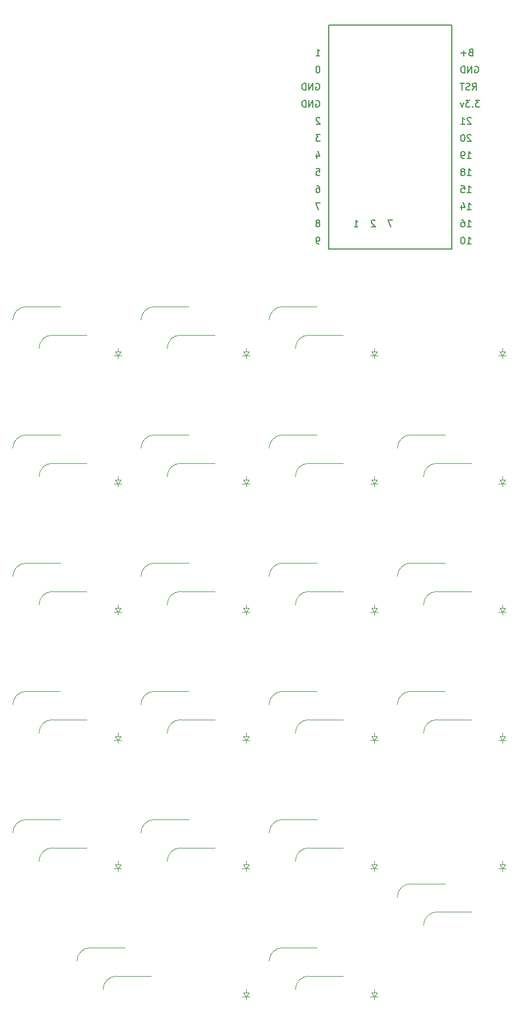
<source format=gbr>
%TF.GenerationSoftware,KiCad,Pcbnew,8.0.6*%
%TF.CreationDate,2024-12-22T21:39:13-05:00*%
%TF.ProjectId,Keypad 2.0,4b657970-6164-4203-922e-302e6b696361,rev?*%
%TF.SameCoordinates,Original*%
%TF.FileFunction,Legend,Bot*%
%TF.FilePolarity,Positive*%
%FSLAX46Y46*%
G04 Gerber Fmt 4.6, Leading zero omitted, Abs format (unit mm)*
G04 Created by KiCad (PCBNEW 8.0.6) date 2024-12-22 21:39:13*
%MOMM*%
%LPD*%
G01*
G04 APERTURE LIST*
%ADD10C,0.200000*%
%ADD11C,0.100000*%
%ADD12C,0.120000*%
G04 APERTURE END LIST*
D10*
X116209435Y-49944719D02*
X116780863Y-49944719D01*
X116495149Y-49944719D02*
X116495149Y-48944719D01*
X116495149Y-48944719D02*
X116590387Y-49087576D01*
X116590387Y-49087576D02*
X116685625Y-49182814D01*
X116685625Y-49182814D02*
X116780863Y-49230433D01*
X115304673Y-48944719D02*
X115780863Y-48944719D01*
X115780863Y-48944719D02*
X115828482Y-49420909D01*
X115828482Y-49420909D02*
X115780863Y-49373290D01*
X115780863Y-49373290D02*
X115685625Y-49325671D01*
X115685625Y-49325671D02*
X115447530Y-49325671D01*
X115447530Y-49325671D02*
X115352292Y-49373290D01*
X115352292Y-49373290D02*
X115304673Y-49420909D01*
X115304673Y-49420909D02*
X115257054Y-49516147D01*
X115257054Y-49516147D02*
X115257054Y-49754242D01*
X115257054Y-49754242D02*
X115304673Y-49849480D01*
X115304673Y-49849480D02*
X115352292Y-49897100D01*
X115352292Y-49897100D02*
X115447530Y-49944719D01*
X115447530Y-49944719D02*
X115685625Y-49944719D01*
X115685625Y-49944719D02*
X115780863Y-49897100D01*
X115780863Y-49897100D02*
X115828482Y-49849480D01*
X116971340Y-34704719D02*
X117304673Y-34228528D01*
X117542768Y-34704719D02*
X117542768Y-33704719D01*
X117542768Y-33704719D02*
X117161816Y-33704719D01*
X117161816Y-33704719D02*
X117066578Y-33752338D01*
X117066578Y-33752338D02*
X117018959Y-33799957D01*
X117018959Y-33799957D02*
X116971340Y-33895195D01*
X116971340Y-33895195D02*
X116971340Y-34038052D01*
X116971340Y-34038052D02*
X117018959Y-34133290D01*
X117018959Y-34133290D02*
X117066578Y-34180909D01*
X117066578Y-34180909D02*
X117161816Y-34228528D01*
X117161816Y-34228528D02*
X117542768Y-34228528D01*
X116590387Y-34657100D02*
X116447530Y-34704719D01*
X116447530Y-34704719D02*
X116209435Y-34704719D01*
X116209435Y-34704719D02*
X116114197Y-34657100D01*
X116114197Y-34657100D02*
X116066578Y-34609480D01*
X116066578Y-34609480D02*
X116018959Y-34514242D01*
X116018959Y-34514242D02*
X116018959Y-34419004D01*
X116018959Y-34419004D02*
X116066578Y-34323766D01*
X116066578Y-34323766D02*
X116114197Y-34276147D01*
X116114197Y-34276147D02*
X116209435Y-34228528D01*
X116209435Y-34228528D02*
X116399911Y-34180909D01*
X116399911Y-34180909D02*
X116495149Y-34133290D01*
X116495149Y-34133290D02*
X116542768Y-34085671D01*
X116542768Y-34085671D02*
X116590387Y-33990433D01*
X116590387Y-33990433D02*
X116590387Y-33895195D01*
X116590387Y-33895195D02*
X116542768Y-33799957D01*
X116542768Y-33799957D02*
X116495149Y-33752338D01*
X116495149Y-33752338D02*
X116399911Y-33704719D01*
X116399911Y-33704719D02*
X116161816Y-33704719D01*
X116161816Y-33704719D02*
X116018959Y-33752338D01*
X115733244Y-33704719D02*
X115161816Y-33704719D01*
X115447530Y-34704719D02*
X115447530Y-33704719D01*
X94340564Y-41324719D02*
X93721517Y-41324719D01*
X93721517Y-41324719D02*
X94054850Y-41705671D01*
X94054850Y-41705671D02*
X93911993Y-41705671D01*
X93911993Y-41705671D02*
X93816755Y-41753290D01*
X93816755Y-41753290D02*
X93769136Y-41800909D01*
X93769136Y-41800909D02*
X93721517Y-41896147D01*
X93721517Y-41896147D02*
X93721517Y-42134242D01*
X93721517Y-42134242D02*
X93769136Y-42229480D01*
X93769136Y-42229480D02*
X93816755Y-42277100D01*
X93816755Y-42277100D02*
X93911993Y-42324719D01*
X93911993Y-42324719D02*
X94197707Y-42324719D01*
X94197707Y-42324719D02*
X94292945Y-42277100D01*
X94292945Y-42277100D02*
X94340564Y-42229480D01*
X116780863Y-41419957D02*
X116733244Y-41372338D01*
X116733244Y-41372338D02*
X116638006Y-41324719D01*
X116638006Y-41324719D02*
X116399911Y-41324719D01*
X116399911Y-41324719D02*
X116304673Y-41372338D01*
X116304673Y-41372338D02*
X116257054Y-41419957D01*
X116257054Y-41419957D02*
X116209435Y-41515195D01*
X116209435Y-41515195D02*
X116209435Y-41610433D01*
X116209435Y-41610433D02*
X116257054Y-41753290D01*
X116257054Y-41753290D02*
X116828482Y-42324719D01*
X116828482Y-42324719D02*
X116209435Y-42324719D01*
X115590387Y-41324719D02*
X115495149Y-41324719D01*
X115495149Y-41324719D02*
X115399911Y-41372338D01*
X115399911Y-41372338D02*
X115352292Y-41419957D01*
X115352292Y-41419957D02*
X115304673Y-41515195D01*
X115304673Y-41515195D02*
X115257054Y-41705671D01*
X115257054Y-41705671D02*
X115257054Y-41943766D01*
X115257054Y-41943766D02*
X115304673Y-42134242D01*
X115304673Y-42134242D02*
X115352292Y-42229480D01*
X115352292Y-42229480D02*
X115399911Y-42277100D01*
X115399911Y-42277100D02*
X115495149Y-42324719D01*
X115495149Y-42324719D02*
X115590387Y-42324719D01*
X115590387Y-42324719D02*
X115685625Y-42277100D01*
X115685625Y-42277100D02*
X115733244Y-42229480D01*
X115733244Y-42229480D02*
X115780863Y-42134242D01*
X115780863Y-42134242D02*
X115828482Y-41943766D01*
X115828482Y-41943766D02*
X115828482Y-41705671D01*
X115828482Y-41705671D02*
X115780863Y-41515195D01*
X115780863Y-41515195D02*
X115733244Y-41419957D01*
X115733244Y-41419957D02*
X115685625Y-41372338D01*
X115685625Y-41372338D02*
X115590387Y-41324719D01*
X94197707Y-57564719D02*
X94007231Y-57564719D01*
X94007231Y-57564719D02*
X93911993Y-57517100D01*
X93911993Y-57517100D02*
X93864374Y-57469480D01*
X93864374Y-57469480D02*
X93769136Y-57326623D01*
X93769136Y-57326623D02*
X93721517Y-57136147D01*
X93721517Y-57136147D02*
X93721517Y-56755195D01*
X93721517Y-56755195D02*
X93769136Y-56659957D01*
X93769136Y-56659957D02*
X93816755Y-56612338D01*
X93816755Y-56612338D02*
X93911993Y-56564719D01*
X93911993Y-56564719D02*
X94102469Y-56564719D01*
X94102469Y-56564719D02*
X94197707Y-56612338D01*
X94197707Y-56612338D02*
X94245326Y-56659957D01*
X94245326Y-56659957D02*
X94292945Y-56755195D01*
X94292945Y-56755195D02*
X94292945Y-56993290D01*
X94292945Y-56993290D02*
X94245326Y-57088528D01*
X94245326Y-57088528D02*
X94197707Y-57136147D01*
X94197707Y-57136147D02*
X94102469Y-57183766D01*
X94102469Y-57183766D02*
X93911993Y-57183766D01*
X93911993Y-57183766D02*
X93816755Y-57136147D01*
X93816755Y-57136147D02*
X93769136Y-57088528D01*
X93769136Y-57088528D02*
X93721517Y-56993290D01*
X99409285Y-55024719D02*
X99980713Y-55024719D01*
X99694999Y-55024719D02*
X99694999Y-54024719D01*
X99694999Y-54024719D02*
X99790237Y-54167576D01*
X99790237Y-54167576D02*
X99885475Y-54262814D01*
X99885475Y-54262814D02*
X99980713Y-54310433D01*
X93816755Y-48944719D02*
X94007231Y-48944719D01*
X94007231Y-48944719D02*
X94102469Y-48992338D01*
X94102469Y-48992338D02*
X94150088Y-49039957D01*
X94150088Y-49039957D02*
X94245326Y-49182814D01*
X94245326Y-49182814D02*
X94292945Y-49373290D01*
X94292945Y-49373290D02*
X94292945Y-49754242D01*
X94292945Y-49754242D02*
X94245326Y-49849480D01*
X94245326Y-49849480D02*
X94197707Y-49897100D01*
X94197707Y-49897100D02*
X94102469Y-49944719D01*
X94102469Y-49944719D02*
X93911993Y-49944719D01*
X93911993Y-49944719D02*
X93816755Y-49897100D01*
X93816755Y-49897100D02*
X93769136Y-49849480D01*
X93769136Y-49849480D02*
X93721517Y-49754242D01*
X93721517Y-49754242D02*
X93721517Y-49516147D01*
X93721517Y-49516147D02*
X93769136Y-49420909D01*
X93769136Y-49420909D02*
X93816755Y-49373290D01*
X93816755Y-49373290D02*
X93911993Y-49325671D01*
X93911993Y-49325671D02*
X94102469Y-49325671D01*
X94102469Y-49325671D02*
X94197707Y-49373290D01*
X94197707Y-49373290D02*
X94245326Y-49420909D01*
X94245326Y-49420909D02*
X94292945Y-49516147D01*
X117352292Y-31212338D02*
X117447530Y-31164719D01*
X117447530Y-31164719D02*
X117590387Y-31164719D01*
X117590387Y-31164719D02*
X117733244Y-31212338D01*
X117733244Y-31212338D02*
X117828482Y-31307576D01*
X117828482Y-31307576D02*
X117876101Y-31402814D01*
X117876101Y-31402814D02*
X117923720Y-31593290D01*
X117923720Y-31593290D02*
X117923720Y-31736147D01*
X117923720Y-31736147D02*
X117876101Y-31926623D01*
X117876101Y-31926623D02*
X117828482Y-32021861D01*
X117828482Y-32021861D02*
X117733244Y-32117100D01*
X117733244Y-32117100D02*
X117590387Y-32164719D01*
X117590387Y-32164719D02*
X117495149Y-32164719D01*
X117495149Y-32164719D02*
X117352292Y-32117100D01*
X117352292Y-32117100D02*
X117304673Y-32069480D01*
X117304673Y-32069480D02*
X117304673Y-31736147D01*
X117304673Y-31736147D02*
X117495149Y-31736147D01*
X116876101Y-32164719D02*
X116876101Y-31164719D01*
X116876101Y-31164719D02*
X116304673Y-32164719D01*
X116304673Y-32164719D02*
X116304673Y-31164719D01*
X115828482Y-32164719D02*
X115828482Y-31164719D01*
X115828482Y-31164719D02*
X115590387Y-31164719D01*
X115590387Y-31164719D02*
X115447530Y-31212338D01*
X115447530Y-31212338D02*
X115352292Y-31307576D01*
X115352292Y-31307576D02*
X115304673Y-31402814D01*
X115304673Y-31402814D02*
X115257054Y-31593290D01*
X115257054Y-31593290D02*
X115257054Y-31736147D01*
X115257054Y-31736147D02*
X115304673Y-31926623D01*
X115304673Y-31926623D02*
X115352292Y-32021861D01*
X115352292Y-32021861D02*
X115447530Y-32117100D01*
X115447530Y-32117100D02*
X115590387Y-32164719D01*
X115590387Y-32164719D02*
X115828482Y-32164719D01*
X94340564Y-51484719D02*
X93673898Y-51484719D01*
X93673898Y-51484719D02*
X94102469Y-52484719D01*
X116209435Y-47404719D02*
X116780863Y-47404719D01*
X116495149Y-47404719D02*
X116495149Y-46404719D01*
X116495149Y-46404719D02*
X116590387Y-46547576D01*
X116590387Y-46547576D02*
X116685625Y-46642814D01*
X116685625Y-46642814D02*
X116780863Y-46690433D01*
X115638006Y-46833290D02*
X115733244Y-46785671D01*
X115733244Y-46785671D02*
X115780863Y-46738052D01*
X115780863Y-46738052D02*
X115828482Y-46642814D01*
X115828482Y-46642814D02*
X115828482Y-46595195D01*
X115828482Y-46595195D02*
X115780863Y-46499957D01*
X115780863Y-46499957D02*
X115733244Y-46452338D01*
X115733244Y-46452338D02*
X115638006Y-46404719D01*
X115638006Y-46404719D02*
X115447530Y-46404719D01*
X115447530Y-46404719D02*
X115352292Y-46452338D01*
X115352292Y-46452338D02*
X115304673Y-46499957D01*
X115304673Y-46499957D02*
X115257054Y-46595195D01*
X115257054Y-46595195D02*
X115257054Y-46642814D01*
X115257054Y-46642814D02*
X115304673Y-46738052D01*
X115304673Y-46738052D02*
X115352292Y-46785671D01*
X115352292Y-46785671D02*
X115447530Y-46833290D01*
X115447530Y-46833290D02*
X115638006Y-46833290D01*
X115638006Y-46833290D02*
X115733244Y-46880909D01*
X115733244Y-46880909D02*
X115780863Y-46928528D01*
X115780863Y-46928528D02*
X115828482Y-47023766D01*
X115828482Y-47023766D02*
X115828482Y-47214242D01*
X115828482Y-47214242D02*
X115780863Y-47309480D01*
X115780863Y-47309480D02*
X115733244Y-47357100D01*
X115733244Y-47357100D02*
X115638006Y-47404719D01*
X115638006Y-47404719D02*
X115447530Y-47404719D01*
X115447530Y-47404719D02*
X115352292Y-47357100D01*
X115352292Y-47357100D02*
X115304673Y-47309480D01*
X115304673Y-47309480D02*
X115257054Y-47214242D01*
X115257054Y-47214242D02*
X115257054Y-47023766D01*
X115257054Y-47023766D02*
X115304673Y-46928528D01*
X115304673Y-46928528D02*
X115352292Y-46880909D01*
X115352292Y-46880909D02*
X115447530Y-46833290D01*
X118066577Y-36244719D02*
X117447530Y-36244719D01*
X117447530Y-36244719D02*
X117780863Y-36625671D01*
X117780863Y-36625671D02*
X117638006Y-36625671D01*
X117638006Y-36625671D02*
X117542768Y-36673290D01*
X117542768Y-36673290D02*
X117495149Y-36720909D01*
X117495149Y-36720909D02*
X117447530Y-36816147D01*
X117447530Y-36816147D02*
X117447530Y-37054242D01*
X117447530Y-37054242D02*
X117495149Y-37149480D01*
X117495149Y-37149480D02*
X117542768Y-37197100D01*
X117542768Y-37197100D02*
X117638006Y-37244719D01*
X117638006Y-37244719D02*
X117923720Y-37244719D01*
X117923720Y-37244719D02*
X118018958Y-37197100D01*
X118018958Y-37197100D02*
X118066577Y-37149480D01*
X117018958Y-37149480D02*
X116971339Y-37197100D01*
X116971339Y-37197100D02*
X117018958Y-37244719D01*
X117018958Y-37244719D02*
X117066577Y-37197100D01*
X117066577Y-37197100D02*
X117018958Y-37149480D01*
X117018958Y-37149480D02*
X117018958Y-37244719D01*
X116638006Y-36244719D02*
X116018959Y-36244719D01*
X116018959Y-36244719D02*
X116352292Y-36625671D01*
X116352292Y-36625671D02*
X116209435Y-36625671D01*
X116209435Y-36625671D02*
X116114197Y-36673290D01*
X116114197Y-36673290D02*
X116066578Y-36720909D01*
X116066578Y-36720909D02*
X116018959Y-36816147D01*
X116018959Y-36816147D02*
X116018959Y-37054242D01*
X116018959Y-37054242D02*
X116066578Y-37149480D01*
X116066578Y-37149480D02*
X116114197Y-37197100D01*
X116114197Y-37197100D02*
X116209435Y-37244719D01*
X116209435Y-37244719D02*
X116495149Y-37244719D01*
X116495149Y-37244719D02*
X116590387Y-37197100D01*
X116590387Y-37197100D02*
X116638006Y-37149480D01*
X115685625Y-36578052D02*
X115447530Y-37244719D01*
X115447530Y-37244719D02*
X115209435Y-36578052D01*
X94292945Y-38879957D02*
X94245326Y-38832338D01*
X94245326Y-38832338D02*
X94150088Y-38784719D01*
X94150088Y-38784719D02*
X93911993Y-38784719D01*
X93911993Y-38784719D02*
X93816755Y-38832338D01*
X93816755Y-38832338D02*
X93769136Y-38879957D01*
X93769136Y-38879957D02*
X93721517Y-38975195D01*
X93721517Y-38975195D02*
X93721517Y-39070433D01*
X93721517Y-39070433D02*
X93769136Y-39213290D01*
X93769136Y-39213290D02*
X94340564Y-39784719D01*
X94340564Y-39784719D02*
X93721517Y-39784719D01*
X102520713Y-54119957D02*
X102473094Y-54072338D01*
X102473094Y-54072338D02*
X102377856Y-54024719D01*
X102377856Y-54024719D02*
X102139761Y-54024719D01*
X102139761Y-54024719D02*
X102044523Y-54072338D01*
X102044523Y-54072338D02*
X101996904Y-54119957D01*
X101996904Y-54119957D02*
X101949285Y-54215195D01*
X101949285Y-54215195D02*
X101949285Y-54310433D01*
X101949285Y-54310433D02*
X101996904Y-54453290D01*
X101996904Y-54453290D02*
X102568332Y-55024719D01*
X102568332Y-55024719D02*
X101949285Y-55024719D01*
X116209435Y-44864719D02*
X116780863Y-44864719D01*
X116495149Y-44864719D02*
X116495149Y-43864719D01*
X116495149Y-43864719D02*
X116590387Y-44007576D01*
X116590387Y-44007576D02*
X116685625Y-44102814D01*
X116685625Y-44102814D02*
X116780863Y-44150433D01*
X115733244Y-44864719D02*
X115542768Y-44864719D01*
X115542768Y-44864719D02*
X115447530Y-44817100D01*
X115447530Y-44817100D02*
X115399911Y-44769480D01*
X115399911Y-44769480D02*
X115304673Y-44626623D01*
X115304673Y-44626623D02*
X115257054Y-44436147D01*
X115257054Y-44436147D02*
X115257054Y-44055195D01*
X115257054Y-44055195D02*
X115304673Y-43959957D01*
X115304673Y-43959957D02*
X115352292Y-43912338D01*
X115352292Y-43912338D02*
X115447530Y-43864719D01*
X115447530Y-43864719D02*
X115638006Y-43864719D01*
X115638006Y-43864719D02*
X115733244Y-43912338D01*
X115733244Y-43912338D02*
X115780863Y-43959957D01*
X115780863Y-43959957D02*
X115828482Y-44055195D01*
X115828482Y-44055195D02*
X115828482Y-44293290D01*
X115828482Y-44293290D02*
X115780863Y-44388528D01*
X115780863Y-44388528D02*
X115733244Y-44436147D01*
X115733244Y-44436147D02*
X115638006Y-44483766D01*
X115638006Y-44483766D02*
X115447530Y-44483766D01*
X115447530Y-44483766D02*
X115352292Y-44436147D01*
X115352292Y-44436147D02*
X115304673Y-44388528D01*
X115304673Y-44388528D02*
X115257054Y-44293290D01*
X94102469Y-54453290D02*
X94197707Y-54405671D01*
X94197707Y-54405671D02*
X94245326Y-54358052D01*
X94245326Y-54358052D02*
X94292945Y-54262814D01*
X94292945Y-54262814D02*
X94292945Y-54215195D01*
X94292945Y-54215195D02*
X94245326Y-54119957D01*
X94245326Y-54119957D02*
X94197707Y-54072338D01*
X94197707Y-54072338D02*
X94102469Y-54024719D01*
X94102469Y-54024719D02*
X93911993Y-54024719D01*
X93911993Y-54024719D02*
X93816755Y-54072338D01*
X93816755Y-54072338D02*
X93769136Y-54119957D01*
X93769136Y-54119957D02*
X93721517Y-54215195D01*
X93721517Y-54215195D02*
X93721517Y-54262814D01*
X93721517Y-54262814D02*
X93769136Y-54358052D01*
X93769136Y-54358052D02*
X93816755Y-54405671D01*
X93816755Y-54405671D02*
X93911993Y-54453290D01*
X93911993Y-54453290D02*
X94102469Y-54453290D01*
X94102469Y-54453290D02*
X94197707Y-54500909D01*
X94197707Y-54500909D02*
X94245326Y-54548528D01*
X94245326Y-54548528D02*
X94292945Y-54643766D01*
X94292945Y-54643766D02*
X94292945Y-54834242D01*
X94292945Y-54834242D02*
X94245326Y-54929480D01*
X94245326Y-54929480D02*
X94197707Y-54977100D01*
X94197707Y-54977100D02*
X94102469Y-55024719D01*
X94102469Y-55024719D02*
X93911993Y-55024719D01*
X93911993Y-55024719D02*
X93816755Y-54977100D01*
X93816755Y-54977100D02*
X93769136Y-54929480D01*
X93769136Y-54929480D02*
X93721517Y-54834242D01*
X93721517Y-54834242D02*
X93721517Y-54643766D01*
X93721517Y-54643766D02*
X93769136Y-54548528D01*
X93769136Y-54548528D02*
X93816755Y-54500909D01*
X93816755Y-54500909D02*
X93911993Y-54453290D01*
X116209435Y-57564719D02*
X116780863Y-57564719D01*
X116495149Y-57564719D02*
X116495149Y-56564719D01*
X116495149Y-56564719D02*
X116590387Y-56707576D01*
X116590387Y-56707576D02*
X116685625Y-56802814D01*
X116685625Y-56802814D02*
X116780863Y-56850433D01*
X115590387Y-56564719D02*
X115495149Y-56564719D01*
X115495149Y-56564719D02*
X115399911Y-56612338D01*
X115399911Y-56612338D02*
X115352292Y-56659957D01*
X115352292Y-56659957D02*
X115304673Y-56755195D01*
X115304673Y-56755195D02*
X115257054Y-56945671D01*
X115257054Y-56945671D02*
X115257054Y-57183766D01*
X115257054Y-57183766D02*
X115304673Y-57374242D01*
X115304673Y-57374242D02*
X115352292Y-57469480D01*
X115352292Y-57469480D02*
X115399911Y-57517100D01*
X115399911Y-57517100D02*
X115495149Y-57564719D01*
X115495149Y-57564719D02*
X115590387Y-57564719D01*
X115590387Y-57564719D02*
X115685625Y-57517100D01*
X115685625Y-57517100D02*
X115733244Y-57469480D01*
X115733244Y-57469480D02*
X115780863Y-57374242D01*
X115780863Y-57374242D02*
X115828482Y-57183766D01*
X115828482Y-57183766D02*
X115828482Y-56945671D01*
X115828482Y-56945671D02*
X115780863Y-56755195D01*
X115780863Y-56755195D02*
X115733244Y-56659957D01*
X115733244Y-56659957D02*
X115685625Y-56612338D01*
X115685625Y-56612338D02*
X115590387Y-56564719D01*
X116780863Y-38879957D02*
X116733244Y-38832338D01*
X116733244Y-38832338D02*
X116638006Y-38784719D01*
X116638006Y-38784719D02*
X116399911Y-38784719D01*
X116399911Y-38784719D02*
X116304673Y-38832338D01*
X116304673Y-38832338D02*
X116257054Y-38879957D01*
X116257054Y-38879957D02*
X116209435Y-38975195D01*
X116209435Y-38975195D02*
X116209435Y-39070433D01*
X116209435Y-39070433D02*
X116257054Y-39213290D01*
X116257054Y-39213290D02*
X116828482Y-39784719D01*
X116828482Y-39784719D02*
X116209435Y-39784719D01*
X115257054Y-39784719D02*
X115828482Y-39784719D01*
X115542768Y-39784719D02*
X115542768Y-38784719D01*
X115542768Y-38784719D02*
X115638006Y-38927576D01*
X115638006Y-38927576D02*
X115733244Y-39022814D01*
X115733244Y-39022814D02*
X115828482Y-39070433D01*
X105108332Y-54024717D02*
X104441666Y-54024717D01*
X104441666Y-54024717D02*
X104870237Y-55024717D01*
X116209435Y-52484719D02*
X116780863Y-52484719D01*
X116495149Y-52484719D02*
X116495149Y-51484719D01*
X116495149Y-51484719D02*
X116590387Y-51627576D01*
X116590387Y-51627576D02*
X116685625Y-51722814D01*
X116685625Y-51722814D02*
X116780863Y-51770433D01*
X115352292Y-51818052D02*
X115352292Y-52484719D01*
X115590387Y-51437100D02*
X115828482Y-52151385D01*
X115828482Y-52151385D02*
X115209435Y-52151385D01*
X93721517Y-36292338D02*
X93816755Y-36244719D01*
X93816755Y-36244719D02*
X93959612Y-36244719D01*
X93959612Y-36244719D02*
X94102469Y-36292338D01*
X94102469Y-36292338D02*
X94197707Y-36387576D01*
X94197707Y-36387576D02*
X94245326Y-36482814D01*
X94245326Y-36482814D02*
X94292945Y-36673290D01*
X94292945Y-36673290D02*
X94292945Y-36816147D01*
X94292945Y-36816147D02*
X94245326Y-37006623D01*
X94245326Y-37006623D02*
X94197707Y-37101861D01*
X94197707Y-37101861D02*
X94102469Y-37197100D01*
X94102469Y-37197100D02*
X93959612Y-37244719D01*
X93959612Y-37244719D02*
X93864374Y-37244719D01*
X93864374Y-37244719D02*
X93721517Y-37197100D01*
X93721517Y-37197100D02*
X93673898Y-37149480D01*
X93673898Y-37149480D02*
X93673898Y-36816147D01*
X93673898Y-36816147D02*
X93864374Y-36816147D01*
X93245326Y-37244719D02*
X93245326Y-36244719D01*
X93245326Y-36244719D02*
X92673898Y-37244719D01*
X92673898Y-37244719D02*
X92673898Y-36244719D01*
X92197707Y-37244719D02*
X92197707Y-36244719D01*
X92197707Y-36244719D02*
X91959612Y-36244719D01*
X91959612Y-36244719D02*
X91816755Y-36292338D01*
X91816755Y-36292338D02*
X91721517Y-36387576D01*
X91721517Y-36387576D02*
X91673898Y-36482814D01*
X91673898Y-36482814D02*
X91626279Y-36673290D01*
X91626279Y-36673290D02*
X91626279Y-36816147D01*
X91626279Y-36816147D02*
X91673898Y-37006623D01*
X91673898Y-37006623D02*
X91721517Y-37101861D01*
X91721517Y-37101861D02*
X91816755Y-37197100D01*
X91816755Y-37197100D02*
X91959612Y-37244719D01*
X91959612Y-37244719D02*
X92197707Y-37244719D01*
X93816755Y-44198052D02*
X93816755Y-44864719D01*
X94054850Y-43817100D02*
X94292945Y-44531385D01*
X94292945Y-44531385D02*
X93673898Y-44531385D01*
X116209435Y-55024719D02*
X116780863Y-55024719D01*
X116495149Y-55024719D02*
X116495149Y-54024719D01*
X116495149Y-54024719D02*
X116590387Y-54167576D01*
X116590387Y-54167576D02*
X116685625Y-54262814D01*
X116685625Y-54262814D02*
X116780863Y-54310433D01*
X115352292Y-54024719D02*
X115542768Y-54024719D01*
X115542768Y-54024719D02*
X115638006Y-54072338D01*
X115638006Y-54072338D02*
X115685625Y-54119957D01*
X115685625Y-54119957D02*
X115780863Y-54262814D01*
X115780863Y-54262814D02*
X115828482Y-54453290D01*
X115828482Y-54453290D02*
X115828482Y-54834242D01*
X115828482Y-54834242D02*
X115780863Y-54929480D01*
X115780863Y-54929480D02*
X115733244Y-54977100D01*
X115733244Y-54977100D02*
X115638006Y-55024719D01*
X115638006Y-55024719D02*
X115447530Y-55024719D01*
X115447530Y-55024719D02*
X115352292Y-54977100D01*
X115352292Y-54977100D02*
X115304673Y-54929480D01*
X115304673Y-54929480D02*
X115257054Y-54834242D01*
X115257054Y-54834242D02*
X115257054Y-54596147D01*
X115257054Y-54596147D02*
X115304673Y-54500909D01*
X115304673Y-54500909D02*
X115352292Y-54453290D01*
X115352292Y-54453290D02*
X115447530Y-54405671D01*
X115447530Y-54405671D02*
X115638006Y-54405671D01*
X115638006Y-54405671D02*
X115733244Y-54453290D01*
X115733244Y-54453290D02*
X115780863Y-54500909D01*
X115780863Y-54500909D02*
X115828482Y-54596147D01*
X116733244Y-29100909D02*
X116590387Y-29148528D01*
X116590387Y-29148528D02*
X116542768Y-29196147D01*
X116542768Y-29196147D02*
X116495149Y-29291385D01*
X116495149Y-29291385D02*
X116495149Y-29434242D01*
X116495149Y-29434242D02*
X116542768Y-29529480D01*
X116542768Y-29529480D02*
X116590387Y-29577100D01*
X116590387Y-29577100D02*
X116685625Y-29624719D01*
X116685625Y-29624719D02*
X117066577Y-29624719D01*
X117066577Y-29624719D02*
X117066577Y-28624719D01*
X117066577Y-28624719D02*
X116733244Y-28624719D01*
X116733244Y-28624719D02*
X116638006Y-28672338D01*
X116638006Y-28672338D02*
X116590387Y-28719957D01*
X116590387Y-28719957D02*
X116542768Y-28815195D01*
X116542768Y-28815195D02*
X116542768Y-28910433D01*
X116542768Y-28910433D02*
X116590387Y-29005671D01*
X116590387Y-29005671D02*
X116638006Y-29053290D01*
X116638006Y-29053290D02*
X116733244Y-29100909D01*
X116733244Y-29100909D02*
X117066577Y-29100909D01*
X116066577Y-29243766D02*
X115304673Y-29243766D01*
X115685625Y-29624719D02*
X115685625Y-28862814D01*
X93721517Y-33752338D02*
X93816755Y-33704719D01*
X93816755Y-33704719D02*
X93959612Y-33704719D01*
X93959612Y-33704719D02*
X94102469Y-33752338D01*
X94102469Y-33752338D02*
X94197707Y-33847576D01*
X94197707Y-33847576D02*
X94245326Y-33942814D01*
X94245326Y-33942814D02*
X94292945Y-34133290D01*
X94292945Y-34133290D02*
X94292945Y-34276147D01*
X94292945Y-34276147D02*
X94245326Y-34466623D01*
X94245326Y-34466623D02*
X94197707Y-34561861D01*
X94197707Y-34561861D02*
X94102469Y-34657100D01*
X94102469Y-34657100D02*
X93959612Y-34704719D01*
X93959612Y-34704719D02*
X93864374Y-34704719D01*
X93864374Y-34704719D02*
X93721517Y-34657100D01*
X93721517Y-34657100D02*
X93673898Y-34609480D01*
X93673898Y-34609480D02*
X93673898Y-34276147D01*
X93673898Y-34276147D02*
X93864374Y-34276147D01*
X93245326Y-34704719D02*
X93245326Y-33704719D01*
X93245326Y-33704719D02*
X92673898Y-34704719D01*
X92673898Y-34704719D02*
X92673898Y-33704719D01*
X92197707Y-34704719D02*
X92197707Y-33704719D01*
X92197707Y-33704719D02*
X91959612Y-33704719D01*
X91959612Y-33704719D02*
X91816755Y-33752338D01*
X91816755Y-33752338D02*
X91721517Y-33847576D01*
X91721517Y-33847576D02*
X91673898Y-33942814D01*
X91673898Y-33942814D02*
X91626279Y-34133290D01*
X91626279Y-34133290D02*
X91626279Y-34276147D01*
X91626279Y-34276147D02*
X91673898Y-34466623D01*
X91673898Y-34466623D02*
X91721517Y-34561861D01*
X91721517Y-34561861D02*
X91816755Y-34657100D01*
X91816755Y-34657100D02*
X91959612Y-34704719D01*
X91959612Y-34704719D02*
X92197707Y-34704719D01*
X93721517Y-29624719D02*
X94292945Y-29624719D01*
X94007231Y-29624719D02*
X94007231Y-28624719D01*
X94007231Y-28624719D02*
X94102469Y-28767576D01*
X94102469Y-28767576D02*
X94197707Y-28862814D01*
X94197707Y-28862814D02*
X94292945Y-28910433D01*
X93769136Y-46404719D02*
X94245326Y-46404719D01*
X94245326Y-46404719D02*
X94292945Y-46880909D01*
X94292945Y-46880909D02*
X94245326Y-46833290D01*
X94245326Y-46833290D02*
X94150088Y-46785671D01*
X94150088Y-46785671D02*
X93911993Y-46785671D01*
X93911993Y-46785671D02*
X93816755Y-46833290D01*
X93816755Y-46833290D02*
X93769136Y-46880909D01*
X93769136Y-46880909D02*
X93721517Y-46976147D01*
X93721517Y-46976147D02*
X93721517Y-47214242D01*
X93721517Y-47214242D02*
X93769136Y-47309480D01*
X93769136Y-47309480D02*
X93816755Y-47357100D01*
X93816755Y-47357100D02*
X93911993Y-47404719D01*
X93911993Y-47404719D02*
X94150088Y-47404719D01*
X94150088Y-47404719D02*
X94245326Y-47357100D01*
X94245326Y-47357100D02*
X94292945Y-47309480D01*
X94054850Y-31164719D02*
X93959612Y-31164719D01*
X93959612Y-31164719D02*
X93864374Y-31212338D01*
X93864374Y-31212338D02*
X93816755Y-31259957D01*
X93816755Y-31259957D02*
X93769136Y-31355195D01*
X93769136Y-31355195D02*
X93721517Y-31545671D01*
X93721517Y-31545671D02*
X93721517Y-31783766D01*
X93721517Y-31783766D02*
X93769136Y-31974242D01*
X93769136Y-31974242D02*
X93816755Y-32069480D01*
X93816755Y-32069480D02*
X93864374Y-32117100D01*
X93864374Y-32117100D02*
X93959612Y-32164719D01*
X93959612Y-32164719D02*
X94054850Y-32164719D01*
X94054850Y-32164719D02*
X94150088Y-32117100D01*
X94150088Y-32117100D02*
X94197707Y-32069480D01*
X94197707Y-32069480D02*
X94245326Y-31974242D01*
X94245326Y-31974242D02*
X94292945Y-31783766D01*
X94292945Y-31783766D02*
X94292945Y-31545671D01*
X94292945Y-31545671D02*
X94245326Y-31355195D01*
X94245326Y-31355195D02*
X94197707Y-31259957D01*
X94197707Y-31259957D02*
X94150088Y-31212338D01*
X94150088Y-31212338D02*
X94054850Y-31164719D01*
D11*
%TO.C,D6*%
X102393750Y-93218750D02*
X102393750Y-93618750D01*
X101843750Y-93218750D02*
X102943750Y-93218750D01*
X102793750Y-92618750D02*
X102393750Y-93218750D01*
X101993750Y-92618750D02*
X102793750Y-92618750D01*
X102393750Y-92118750D02*
X102393750Y-92618750D01*
X102393750Y-93218750D02*
X101993750Y-92618750D01*
D12*
%TO.C,S15*%
X107818750Y-124068750D02*
X112918750Y-124068750D01*
X111718750Y-128268750D02*
X116818750Y-128268750D01*
X105818750Y-126068750D02*
G75*
G02*
X107818750Y-124068750I1999999J1D01*
G01*
X109718750Y-130268750D02*
G75*
G02*
X111718750Y-128268750I1999999J1D01*
G01*
%TO.C,S9*%
X69718750Y-105018750D02*
X74818750Y-105018750D01*
X73618750Y-109218750D02*
X78718750Y-109218750D01*
X67718750Y-107018750D02*
G75*
G02*
X69718750Y-105018750I1999999J1D01*
G01*
X71618750Y-111218750D02*
G75*
G02*
X73618750Y-109218750I1999999J1D01*
G01*
D11*
%TO.C,D13*%
X83343750Y-131318750D02*
X83343750Y-131718750D01*
X82793750Y-131318750D02*
X83893750Y-131318750D01*
X83743750Y-130718750D02*
X83343750Y-131318750D01*
X82943750Y-130718750D02*
X83743750Y-130718750D01*
X83343750Y-130218750D02*
X83343750Y-130718750D01*
X83343750Y-131318750D02*
X82943750Y-130718750D01*
%TO.C,D9*%
X83343750Y-112268750D02*
X83343750Y-112668750D01*
X82793750Y-112268750D02*
X83893750Y-112268750D01*
X83743750Y-111668750D02*
X83343750Y-112268750D01*
X82943750Y-111668750D02*
X83743750Y-111668750D01*
X83343750Y-111168750D02*
X83343750Y-111668750D01*
X83343750Y-112268750D02*
X82943750Y-111668750D01*
D12*
%TO.C,S14*%
X88768750Y-124068750D02*
X93868750Y-124068750D01*
X92668750Y-128268750D02*
X97768750Y-128268750D01*
X86768750Y-126068750D02*
G75*
G02*
X88768750Y-124068750I1999999J1D01*
G01*
X90668750Y-130268750D02*
G75*
G02*
X92668750Y-128268750I1999999J1D01*
G01*
D11*
%TO.C,D11*%
X121443750Y-112268750D02*
X121443750Y-112668750D01*
X120893750Y-112268750D02*
X121993750Y-112268750D01*
X121843750Y-111668750D02*
X121443750Y-112268750D01*
X121043750Y-111668750D02*
X121843750Y-111668750D01*
X121443750Y-111168750D02*
X121443750Y-111668750D01*
X121443750Y-112268750D02*
X121043750Y-111668750D01*
D12*
%TO.C,S12*%
X50668750Y-124068750D02*
X55768750Y-124068750D01*
X54568750Y-128268750D02*
X59668750Y-128268750D01*
X48668750Y-126068750D02*
G75*
G02*
X50668750Y-124068750I1999999J1D01*
G01*
X52568750Y-130268750D02*
G75*
G02*
X54568750Y-128268750I1999999J1D01*
G01*
D11*
%TO.C,D21*%
X102393750Y-169418750D02*
X102393750Y-169818750D01*
X101843750Y-169418750D02*
X102943750Y-169418750D01*
X102793750Y-168818750D02*
X102393750Y-169418750D01*
X101993750Y-168818750D02*
X102793750Y-168818750D01*
X102393750Y-168318750D02*
X102393750Y-168818750D01*
X102393750Y-169418750D02*
X101993750Y-168818750D01*
D12*
%TO.C,S21*%
X88768750Y-162168750D02*
X93868750Y-162168750D01*
X92668750Y-166368750D02*
X97768750Y-166368750D01*
X86768750Y-164168750D02*
G75*
G02*
X88768750Y-162168750I1999999J1D01*
G01*
X90668750Y-168368750D02*
G75*
G02*
X92668750Y-166368750I1999999J1D01*
G01*
%TO.C,S7*%
X107818750Y-85968750D02*
X112918750Y-85968750D01*
X111718750Y-90168750D02*
X116818750Y-90168750D01*
X105818750Y-87968750D02*
G75*
G02*
X107818750Y-85968750I1999999J1D01*
G01*
X109718750Y-92168750D02*
G75*
G02*
X111718750Y-90168750I1999999J1D01*
G01*
D11*
%TO.C,D7*%
X121443750Y-93218750D02*
X121443750Y-93618750D01*
X120893750Y-93218750D02*
X121993750Y-93218750D01*
X121843750Y-92618750D02*
X121443750Y-93218750D01*
X121043750Y-92618750D02*
X121843750Y-92618750D01*
X121443750Y-92118750D02*
X121443750Y-92618750D01*
X121443750Y-93218750D02*
X121043750Y-92618750D01*
%TO.C,D3*%
X102393750Y-74168750D02*
X102393750Y-74568750D01*
X101843750Y-74168750D02*
X102943750Y-74168750D01*
X102793750Y-73568750D02*
X102393750Y-74168750D01*
X101993750Y-73568750D02*
X102793750Y-73568750D01*
X102393750Y-73068750D02*
X102393750Y-73568750D01*
X102393750Y-74168750D02*
X101993750Y-73568750D01*
D12*
%TO.C,S1*%
X50668750Y-66918750D02*
X55768750Y-66918750D01*
X54568750Y-71118750D02*
X59668750Y-71118750D01*
X48668750Y-68918750D02*
G75*
G02*
X50668750Y-66918750I1999999J1D01*
G01*
X52568750Y-73118750D02*
G75*
G02*
X54568750Y-71118750I1999999J1D01*
G01*
%TO.C,S18*%
X88768750Y-143118750D02*
X93868750Y-143118750D01*
X92668750Y-147318750D02*
X97768750Y-147318750D01*
X86768750Y-145118750D02*
G75*
G02*
X88768750Y-143118750I1999999J1D01*
G01*
X90668750Y-149318750D02*
G75*
G02*
X92668750Y-147318750I1999999J1D01*
G01*
%TO.C,S8*%
X50668750Y-105018750D02*
X55768750Y-105018750D01*
X54568750Y-109218750D02*
X59668750Y-109218750D01*
X48668750Y-107018750D02*
G75*
G02*
X50668750Y-105018750I1999999J1D01*
G01*
X52568750Y-111218750D02*
G75*
G02*
X54568750Y-109218750I1999999J1D01*
G01*
%TO.C,S11*%
X107818750Y-105018750D02*
X112918750Y-105018750D01*
X111718750Y-109218750D02*
X116818750Y-109218750D01*
X105818750Y-107018750D02*
G75*
G02*
X107818750Y-105018750I1999999J1D01*
G01*
X109718750Y-111218750D02*
G75*
G02*
X111718750Y-109218750I1999999J1D01*
G01*
%TO.C,S3*%
X88768750Y-66918750D02*
X93868750Y-66918750D01*
X92668750Y-71118750D02*
X97768750Y-71118750D01*
X86768750Y-68918750D02*
G75*
G02*
X88768750Y-66918750I1999999J1D01*
G01*
X90668750Y-73118750D02*
G75*
G02*
X92668750Y-71118750I1999999J1D01*
G01*
%TO.C,S13*%
X69718750Y-124068750D02*
X74818750Y-124068750D01*
X73618750Y-128268750D02*
X78718750Y-128268750D01*
X67718750Y-126068750D02*
G75*
G02*
X69718750Y-124068750I1999999J1D01*
G01*
X71618750Y-130268750D02*
G75*
G02*
X73618750Y-128268750I1999999J1D01*
G01*
D11*
%TO.C,D22*%
X121443750Y-74168750D02*
X121443750Y-74568750D01*
X120893750Y-74168750D02*
X121993750Y-74168750D01*
X121843750Y-73568750D02*
X121443750Y-74168750D01*
X121043750Y-73568750D02*
X121843750Y-73568750D01*
X121443750Y-73068750D02*
X121443750Y-73568750D01*
X121443750Y-74168750D02*
X121043750Y-73568750D01*
D12*
%TO.C,S6*%
X88768750Y-85968750D02*
X93868750Y-85968750D01*
X92668750Y-90168750D02*
X97768750Y-90168750D01*
X86768750Y-87968750D02*
G75*
G02*
X88768750Y-85968750I1999999J1D01*
G01*
X90668750Y-92168750D02*
G75*
G02*
X92668750Y-90168750I1999999J1D01*
G01*
D11*
%TO.C,D8*%
X64293750Y-112268750D02*
X64293750Y-112668750D01*
X63743750Y-112268750D02*
X64843750Y-112268750D01*
X64693750Y-111668750D02*
X64293750Y-112268750D01*
X63893750Y-111668750D02*
X64693750Y-111668750D01*
X64293750Y-111168750D02*
X64293750Y-111668750D01*
X64293750Y-112268750D02*
X63893750Y-111668750D01*
D12*
%TO.C,S17*%
X69718750Y-143118750D02*
X74818750Y-143118750D01*
X73618750Y-147318750D02*
X78718750Y-147318750D01*
X67718750Y-145118750D02*
G75*
G02*
X69718750Y-143118750I1999999J1D01*
G01*
X71618750Y-149318750D02*
G75*
G02*
X73618750Y-147318750I1999999J1D01*
G01*
D11*
%TO.C,D18*%
X102393750Y-150368750D02*
X102393750Y-150768750D01*
X101843750Y-150368750D02*
X102943750Y-150368750D01*
X102793750Y-149768750D02*
X102393750Y-150368750D01*
X101993750Y-149768750D02*
X102793750Y-149768750D01*
X102393750Y-149268750D02*
X102393750Y-149768750D01*
X102393750Y-150368750D02*
X101993750Y-149768750D01*
%TO.C,D15*%
X121443750Y-131318750D02*
X121443750Y-131718750D01*
X120893750Y-131318750D02*
X121993750Y-131318750D01*
X121843750Y-130718750D02*
X121443750Y-131318750D01*
X121043750Y-130718750D02*
X121843750Y-130718750D01*
X121443750Y-130218750D02*
X121443750Y-130718750D01*
X121443750Y-131318750D02*
X121043750Y-130718750D01*
%TO.C,D2*%
X83343750Y-74168750D02*
X83343750Y-74568750D01*
X82793750Y-74168750D02*
X83893750Y-74168750D01*
X83743750Y-73568750D02*
X83343750Y-74168750D01*
X82943750Y-73568750D02*
X83743750Y-73568750D01*
X83343750Y-73068750D02*
X83343750Y-73568750D01*
X83343750Y-74168750D02*
X82943750Y-73568750D01*
%TO.C,D19*%
X121443750Y-150368750D02*
X121443750Y-150768750D01*
X120893750Y-150368750D02*
X121993750Y-150368750D01*
X121843750Y-149768750D02*
X121443750Y-150368750D01*
X121043750Y-149768750D02*
X121843750Y-149768750D01*
X121443750Y-149268750D02*
X121443750Y-149768750D01*
X121443750Y-150368750D02*
X121043750Y-149768750D01*
%TO.C,D12*%
X64293750Y-131318750D02*
X64293750Y-131718750D01*
X63743750Y-131318750D02*
X64843750Y-131318750D01*
X64693750Y-130718750D02*
X64293750Y-131318750D01*
X63893750Y-130718750D02*
X64693750Y-130718750D01*
X64293750Y-130218750D02*
X64293750Y-130718750D01*
X64293750Y-131318750D02*
X63893750Y-130718750D01*
%TO.C,D16*%
X64293750Y-150368750D02*
X64293750Y-150768750D01*
X63743750Y-150368750D02*
X64843750Y-150368750D01*
X64693750Y-149768750D02*
X64293750Y-150368750D01*
X63893750Y-149768750D02*
X64693750Y-149768750D01*
X64293750Y-149268750D02*
X64293750Y-149768750D01*
X64293750Y-150368750D02*
X63893750Y-149768750D01*
%TO.C,D20*%
X83343750Y-169418750D02*
X83343750Y-169818750D01*
X82793750Y-169418750D02*
X83893750Y-169418750D01*
X83743750Y-168818750D02*
X83343750Y-169418750D01*
X82943750Y-168818750D02*
X83743750Y-168818750D01*
X83343750Y-168318750D02*
X83343750Y-168818750D01*
X83343750Y-169418750D02*
X82943750Y-168818750D01*
D12*
%TO.C,S20*%
X60193750Y-162168750D02*
X65293750Y-162168750D01*
X64093750Y-166368750D02*
X69193750Y-166368750D01*
X58193750Y-164168750D02*
G75*
G02*
X60193750Y-162168750I1999999J1D01*
G01*
X62093750Y-168368750D02*
G75*
G02*
X64093750Y-166368750I1999999J1D01*
G01*
D10*
%TO.C,U2*%
X113925000Y-58382500D02*
X113925000Y-25082500D01*
X113925000Y-58382500D02*
X95625000Y-58382500D01*
X113925000Y-25082500D02*
X95625000Y-25082500D01*
X95625000Y-58382500D02*
X95625000Y-25082500D01*
D11*
%TO.C,D4*%
X64293750Y-93218750D02*
X64293750Y-93618750D01*
X63743750Y-93218750D02*
X64843750Y-93218750D01*
X64693750Y-92618750D02*
X64293750Y-93218750D01*
X63893750Y-92618750D02*
X64693750Y-92618750D01*
X64293750Y-92118750D02*
X64293750Y-92618750D01*
X64293750Y-93218750D02*
X63893750Y-92618750D01*
D12*
%TO.C,S10*%
X88768750Y-105018750D02*
X93868750Y-105018750D01*
X92668750Y-109218750D02*
X97768750Y-109218750D01*
X86768750Y-107018750D02*
G75*
G02*
X88768750Y-105018750I1999999J1D01*
G01*
X90668750Y-111218750D02*
G75*
G02*
X92668750Y-109218750I1999999J1D01*
G01*
D11*
%TO.C,D10*%
X102393750Y-112268750D02*
X102393750Y-112668750D01*
X101843750Y-112268750D02*
X102943750Y-112268750D01*
X102793750Y-111668750D02*
X102393750Y-112268750D01*
X101993750Y-111668750D02*
X102793750Y-111668750D01*
X102393750Y-111168750D02*
X102393750Y-111668750D01*
X102393750Y-112268750D02*
X101993750Y-111668750D01*
D12*
%TO.C,S4*%
X50668750Y-85968750D02*
X55768750Y-85968750D01*
X54568750Y-90168750D02*
X59668750Y-90168750D01*
X48668750Y-87968750D02*
G75*
G02*
X50668750Y-85968750I1999999J1D01*
G01*
X52568750Y-92168750D02*
G75*
G02*
X54568750Y-90168750I1999999J1D01*
G01*
%TO.C,S5*%
X69718750Y-85968750D02*
X74818750Y-85968750D01*
X73618750Y-90168750D02*
X78718750Y-90168750D01*
X67718750Y-87968750D02*
G75*
G02*
X69718750Y-85968750I1999999J1D01*
G01*
X71618750Y-92168750D02*
G75*
G02*
X73618750Y-90168750I1999999J1D01*
G01*
%TO.C,S2*%
X69718750Y-66918750D02*
X74818750Y-66918750D01*
X73618750Y-71118750D02*
X78718750Y-71118750D01*
X67718750Y-68918750D02*
G75*
G02*
X69718750Y-66918750I1999999J1D01*
G01*
X71618750Y-73118750D02*
G75*
G02*
X73618750Y-71118750I1999999J1D01*
G01*
%TO.C,S19*%
X107818750Y-152643750D02*
X112918750Y-152643750D01*
X111718750Y-156843750D02*
X116818750Y-156843750D01*
X105818750Y-154643750D02*
G75*
G02*
X107818750Y-152643750I1999999J1D01*
G01*
X109718750Y-158843750D02*
G75*
G02*
X111718750Y-156843750I1999999J1D01*
G01*
%TO.C,S16*%
X50668750Y-143118750D02*
X55768750Y-143118750D01*
X54568750Y-147318750D02*
X59668750Y-147318750D01*
X48668750Y-145118750D02*
G75*
G02*
X50668750Y-143118750I1999999J1D01*
G01*
X52568750Y-149318750D02*
G75*
G02*
X54568750Y-147318750I1999999J1D01*
G01*
D11*
%TO.C,D17*%
X83343750Y-150368750D02*
X83343750Y-150768750D01*
X82793750Y-150368750D02*
X83893750Y-150368750D01*
X83743750Y-149768750D02*
X83343750Y-150368750D01*
X82943750Y-149768750D02*
X83743750Y-149768750D01*
X83343750Y-149268750D02*
X83343750Y-149768750D01*
X83343750Y-150368750D02*
X82943750Y-149768750D01*
%TO.C,D5*%
X83343750Y-93218750D02*
X83343750Y-93618750D01*
X82793750Y-93218750D02*
X83893750Y-93218750D01*
X83743750Y-92618750D02*
X83343750Y-93218750D01*
X82943750Y-92618750D02*
X83743750Y-92618750D01*
X83343750Y-92118750D02*
X83343750Y-92618750D01*
X83343750Y-93218750D02*
X82943750Y-92618750D01*
%TO.C,D14*%
X102393750Y-131318750D02*
X102393750Y-131718750D01*
X101843750Y-131318750D02*
X102943750Y-131318750D01*
X102793750Y-130718750D02*
X102393750Y-131318750D01*
X101993750Y-130718750D02*
X102793750Y-130718750D01*
X102393750Y-130218750D02*
X102393750Y-130718750D01*
X102393750Y-131318750D02*
X101993750Y-130718750D01*
%TO.C,D1*%
X64293750Y-74168750D02*
X64293750Y-74568750D01*
X63743750Y-74168750D02*
X64843750Y-74168750D01*
X64693750Y-73568750D02*
X64293750Y-74168750D01*
X63893750Y-73568750D02*
X64693750Y-73568750D01*
X64293750Y-73068750D02*
X64293750Y-73568750D01*
X64293750Y-74168750D02*
X63893750Y-73568750D01*
%TD*%
M02*

</source>
